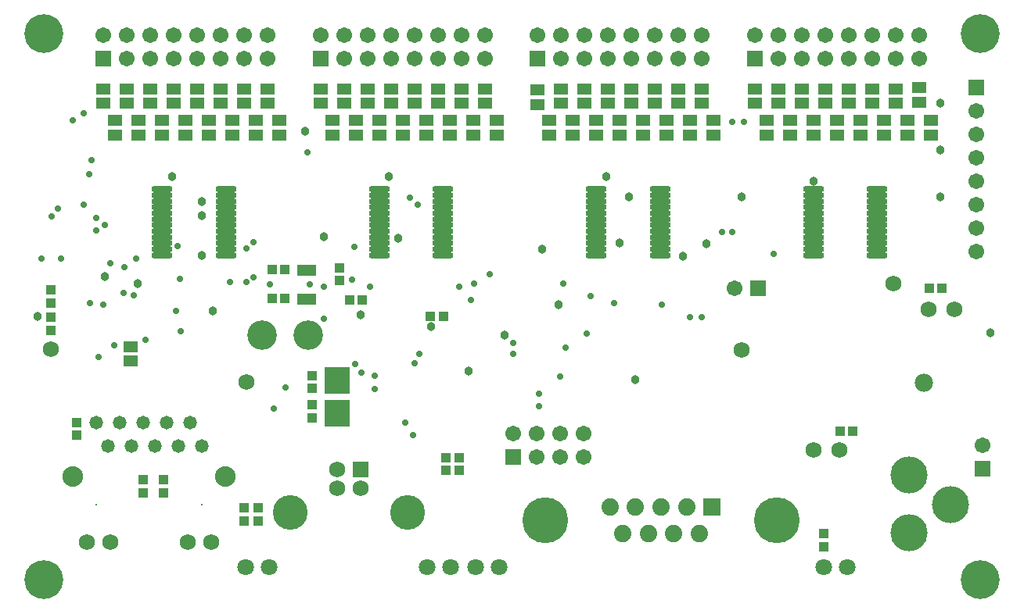
<source format=gbs>
%FSAX43Y43*%
%MOMM*%
G71*
G01*
G75*
G04 Layer_Color=16711935*
%ADD10R,1.200X1.400*%
%ADD11O,1.800X0.300*%
%ADD12O,0.300X1.800*%
%ADD13R,0.900X0.800*%
%ADD14R,0.508X1.300*%
%ADD15R,0.800X0.900*%
%ADD16R,0.635X2.032*%
%ADD17O,0.600X2.200*%
%ADD18R,2.200X2.200*%
%ADD19R,1.200X0.300*%
%ADD20R,0.300X1.200*%
%ADD21R,2.300X2.300*%
%ADD22R,2.540X1.016*%
%ADD23R,2.400X3.100*%
%ADD24R,2.200X0.450*%
%ADD25R,0.850X0.600*%
%ADD26R,3.683X3.048*%
%ADD27R,2.300X2.300*%
%ADD28C,0.254*%
%ADD29C,0.600*%
%ADD30C,0.381*%
%ADD31C,0.508*%
%ADD32C,0.889*%
%ADD33C,0.635*%
%ADD34C,0.762*%
%ADD35R,9.525X4.064*%
%ADD36R,1.905X3.302*%
%ADD37R,3.556X4.064*%
%ADD38R,11.049X1.016*%
%ADD39R,6.731X3.175*%
%ADD40R,8.509X2.159*%
%ADD41R,3.175X1.397*%
%ADD42C,0.508*%
%ADD43C,1.524*%
%ADD44C,0.762*%
%ADD45R,1.524X1.524*%
%ADD46C,3.556*%
%ADD47C,1.500*%
%ADD48R,1.500X1.500*%
%ADD49C,4.000*%
%ADD50C,3.810*%
%ADD51R,1.500X1.500*%
%ADD52C,1.600*%
%ADD53C,1.690*%
%ADD54R,1.690X1.690*%
%ADD55C,4.760*%
%ADD56C,2.032*%
%ADD57C,1.270*%
%ADD58C,3.000*%
%ADD59C,1.778*%
%ADD60R,1.300X1.000*%
%ADD61O,2.100X0.450*%
%ADD62R,2.540X2.794*%
%ADD63R,1.800X1.000*%
%ADD64R,2.286X2.286*%
%ADD65C,0.250*%
%ADD66C,0.100*%
%ADD67C,0.127*%
%ADD68C,0.200*%
%ADD69C,0.203*%
%ADD70R,1.403X1.603*%
%ADD71O,2.003X0.503*%
%ADD72O,0.503X2.003*%
%ADD73R,1.103X1.003*%
%ADD74R,0.711X1.503*%
%ADD75R,1.003X1.103*%
%ADD76R,0.838X2.235*%
%ADD77O,0.803X2.403*%
%ADD78R,1.403X0.503*%
%ADD79R,0.503X1.403*%
%ADD80R,2.503X2.503*%
%ADD81R,2.743X1.219*%
%ADD82R,2.603X3.303*%
%ADD83R,2.403X0.653*%
%ADD84R,1.053X0.803*%
%ADD85R,3.886X3.251*%
%ADD86R,2.503X2.503*%
%ADD87C,0.711*%
%ADD88C,1.727*%
%ADD89C,0.965*%
%ADD90R,1.727X1.727*%
%ADD91C,3.759*%
%ADD92C,1.703*%
%ADD93R,1.703X1.703*%
%ADD94C,4.203*%
%ADD95C,4.013*%
%ADD96R,1.703X1.703*%
%ADD97C,1.803*%
%ADD98C,1.893*%
%ADD99R,1.893X1.893*%
%ADD100C,4.963*%
%ADD101C,0.203*%
%ADD102C,2.235*%
%ADD103C,1.473*%
%ADD104C,3.203*%
%ADD105C,1.981*%
%ADD106R,1.503X1.203*%
%ADD107O,2.303X0.653*%
%ADD108R,2.743X2.997*%
%ADD109R,2.003X1.203*%
D73*
X0029337Y0060009D02*
D03*
Y0058609D02*
D03*
Y0055656D02*
D03*
Y0057056D02*
D03*
X0039370Y0038035D02*
D03*
Y0039435D02*
D03*
X0041529Y0038035D02*
D03*
Y0039435D02*
D03*
X0073533Y0040448D02*
D03*
Y0041848D02*
D03*
X0072136Y0040448D02*
D03*
Y0041848D02*
D03*
X0051816Y0036387D02*
D03*
Y0034987D02*
D03*
X0050292Y0036387D02*
D03*
Y0034987D02*
D03*
X0113030Y0032193D02*
D03*
Y0033593D02*
D03*
X0032131Y0045658D02*
D03*
Y0044258D02*
D03*
X0057658Y0047563D02*
D03*
Y0046163D02*
D03*
Y0049338D02*
D03*
Y0050738D02*
D03*
X0060579Y0062422D02*
D03*
Y0061022D02*
D03*
D75*
X0125795Y0060198D02*
D03*
X0124395D02*
D03*
X0116143Y0044704D02*
D03*
X0114743D02*
D03*
X0054675Y0059055D02*
D03*
X0053275D02*
D03*
X0054675Y0062230D02*
D03*
X0053275D02*
D03*
X0061657Y0058928D02*
D03*
X0063057D02*
D03*
X0071820Y0057150D02*
D03*
X0070420D02*
D03*
D87*
X0028321Y0063373D02*
D03*
X0030480D02*
D03*
X0031750Y0078359D02*
D03*
X0053467Y0047117D02*
D03*
X0054737Y0049403D02*
D03*
X0051308Y0061341D02*
D03*
X0050546Y0060833D02*
D03*
X0051308Y0065151D02*
D03*
X0050546Y0064516D02*
D03*
X0074803Y0058928D02*
D03*
X0073533Y0060325D02*
D03*
X0043307Y0061214D02*
D03*
X0048768Y0060833D02*
D03*
X0043053Y0064770D02*
D03*
X0032893Y0079121D02*
D03*
X0033782Y0074041D02*
D03*
X0032893Y0069215D02*
D03*
X0029464Y0067945D02*
D03*
X0030099Y0068834D02*
D03*
X0034290Y0066421D02*
D03*
X0035179Y0067056D02*
D03*
X0034290Y0067818D02*
D03*
X0099822Y0057023D02*
D03*
X0098552D02*
D03*
X0101981Y0066294D02*
D03*
X0103124D02*
D03*
Y0078232D02*
D03*
X0104394D02*
D03*
X0084455Y0050661D02*
D03*
X0079375Y0053086D02*
D03*
Y0054229D02*
D03*
X0053086Y0060579D02*
D03*
X0042876Y0057735D02*
D03*
X0038608Y0063373D02*
D03*
X0043434Y0055499D02*
D03*
X0039624Y0054610D02*
D03*
X0035052Y0058420D02*
D03*
X0082169Y0047371D02*
D03*
Y0048768D02*
D03*
X0075184Y0060706D02*
D03*
X0076835Y0061722D02*
D03*
X0068707Y0052070D02*
D03*
X0069215Y0053054D02*
D03*
X0084836Y0060706D02*
D03*
X0087757Y0059309D02*
D03*
X0068541Y0044284D02*
D03*
X0067691Y0045593D02*
D03*
X0035814Y0062865D02*
D03*
X0037211Y0059690D02*
D03*
X0038354Y0059456D02*
D03*
X0085090Y0053721D02*
D03*
X0095504Y0058420D02*
D03*
X0090297Y0058547D02*
D03*
X0087376Y0055245D02*
D03*
X0033557Y0058552D02*
D03*
X0034544Y0052705D02*
D03*
X0062285Y0052015D02*
D03*
X0062992Y0051054D02*
D03*
X0058928Y0056896D02*
D03*
Y0060325D02*
D03*
X0057321Y0060579D02*
D03*
X0061976Y0061087D02*
D03*
X0068199Y0069977D02*
D03*
X0063881Y0060325D02*
D03*
X0069088Y0069215D02*
D03*
X0062230Y0064643D02*
D03*
X0057150Y0074930D02*
D03*
X0064389Y0049276D02*
D03*
Y0050673D02*
D03*
X0033528Y0072557D02*
D03*
X0037338Y0062484D02*
D03*
X0036195Y0053975D02*
D03*
X0107569Y0063881D02*
D03*
D88*
X0104140Y0053467D02*
D03*
X0120523Y0060706D02*
D03*
X0062865Y0038544D02*
D03*
X0060325D02*
D03*
Y0040576D02*
D03*
X0033274Y0032639D02*
D03*
X0035814D02*
D03*
X0046736D02*
D03*
X0044196D02*
D03*
X0127127Y0057912D02*
D03*
X0124333D02*
D03*
X0111887Y0042672D02*
D03*
X0114681D02*
D03*
X0050546Y0050038D02*
D03*
X0029337Y0053594D02*
D03*
D89*
X0125603Y0080264D02*
D03*
Y0075184D02*
D03*
X0078486Y0055130D02*
D03*
X0125603Y0070104D02*
D03*
X0104140D02*
D03*
X0038735Y0060706D02*
D03*
X0027940Y0057150D02*
D03*
X0035191Y0061456D02*
D03*
X0084328Y0058420D02*
D03*
X0074549Y0051181D02*
D03*
X0082550Y0064389D02*
D03*
X0091948Y0070104D02*
D03*
X0045720Y0069596D02*
D03*
X0062865Y0057277D02*
D03*
X0042424Y0072300D02*
D03*
X0065919D02*
D03*
X0089414D02*
D03*
X0111887Y0071755D02*
D03*
X0131064Y0055372D02*
D03*
X0092583Y0050292D02*
D03*
X0045720Y0063754D02*
D03*
Y0068072D02*
D03*
X0046863Y0057720D02*
D03*
X0058928Y0065786D02*
D03*
X0056896Y0077216D02*
D03*
X0100330Y0065024D02*
D03*
X0097790Y0063627D02*
D03*
X0090932Y0065065D02*
D03*
X0066929Y0065646D02*
D03*
X0070477Y0056015D02*
D03*
D90*
X0062865Y0040576D02*
D03*
D91*
X0067945Y0035877D02*
D03*
X0055245D02*
D03*
D92*
X0086995Y0044450D02*
D03*
X0084455D02*
D03*
X0081915D02*
D03*
X0079375D02*
D03*
X0086995Y0041910D02*
D03*
X0084455D02*
D03*
X0081915D02*
D03*
X0130175Y0043180D02*
D03*
X0052832Y0087630D02*
D03*
Y0085090D02*
D03*
X0050292Y0087630D02*
D03*
Y0085090D02*
D03*
X0047752Y0087630D02*
D03*
Y0085090D02*
D03*
X0045212Y0087630D02*
D03*
Y0085090D02*
D03*
X0042672Y0087630D02*
D03*
Y0085090D02*
D03*
X0040132Y0087630D02*
D03*
Y0085090D02*
D03*
X0037592Y0087630D02*
D03*
Y0085090D02*
D03*
X0035052Y0087630D02*
D03*
X0076327D02*
D03*
Y0085090D02*
D03*
X0073787Y0087630D02*
D03*
Y0085090D02*
D03*
X0071247Y0087630D02*
D03*
Y0085090D02*
D03*
X0068707Y0087630D02*
D03*
Y0085090D02*
D03*
X0066167Y0087630D02*
D03*
Y0085090D02*
D03*
X0063627Y0087630D02*
D03*
Y0085090D02*
D03*
X0061087Y0087630D02*
D03*
Y0085090D02*
D03*
X0058547Y0087630D02*
D03*
X0099822D02*
D03*
Y0085090D02*
D03*
X0097282Y0087630D02*
D03*
Y0085090D02*
D03*
X0094742Y0087630D02*
D03*
Y0085090D02*
D03*
X0092202Y0087630D02*
D03*
Y0085090D02*
D03*
X0089662Y0087630D02*
D03*
Y0085090D02*
D03*
X0087122Y0087630D02*
D03*
Y0085090D02*
D03*
X0084582Y0087630D02*
D03*
Y0085090D02*
D03*
X0082042Y0087630D02*
D03*
X0123317D02*
D03*
Y0085090D02*
D03*
X0120777Y0087630D02*
D03*
Y0085090D02*
D03*
X0118237Y0087630D02*
D03*
Y0085090D02*
D03*
X0115697Y0087630D02*
D03*
Y0085090D02*
D03*
X0113157Y0087630D02*
D03*
Y0085090D02*
D03*
X0110617Y0087630D02*
D03*
Y0085090D02*
D03*
X0108077Y0087630D02*
D03*
Y0085090D02*
D03*
X0105537Y0087630D02*
D03*
X0129540Y0064135D02*
D03*
Y0066675D02*
D03*
Y0069215D02*
D03*
Y0071755D02*
D03*
Y0074295D02*
D03*
Y0076835D02*
D03*
Y0079375D02*
D03*
X0103378Y0060198D02*
D03*
D93*
X0079375Y0041910D02*
D03*
X0035052Y0085090D02*
D03*
X0058547D02*
D03*
X0082042D02*
D03*
X0105537D02*
D03*
X0105918Y0060198D02*
D03*
D94*
X0028575Y0028575D02*
D03*
Y0087757D02*
D03*
X0129921D02*
D03*
Y0028575D02*
D03*
D95*
X0122238Y0039942D02*
D03*
X0126683Y0036766D02*
D03*
X0122238Y0033718D02*
D03*
D96*
X0130175Y0040640D02*
D03*
X0129540Y0081915D02*
D03*
D97*
X0113030Y0029972D02*
D03*
X0115570D02*
D03*
X0075311D02*
D03*
X0077851D02*
D03*
X0070104D02*
D03*
X0072644D02*
D03*
X0050419D02*
D03*
X0052959D02*
D03*
D98*
X0089837Y0036447D02*
D03*
X0091222Y0033607D02*
D03*
X0092607Y0036447D02*
D03*
X0093992Y0033607D02*
D03*
X0095377Y0036447D02*
D03*
X0096762Y0033607D02*
D03*
X0098147Y0036447D02*
D03*
X0099532Y0033607D02*
D03*
D99*
X0100917Y0036447D02*
D03*
D100*
X0107872Y0035027D02*
D03*
X0082882D02*
D03*
D101*
X0034290Y0036703D02*
D03*
X0045720D02*
D03*
D102*
X0031750Y0039751D02*
D03*
X0048260D02*
D03*
D103*
X0045720Y0043053D02*
D03*
X0043180D02*
D03*
X0040640D02*
D03*
X0044450Y0045593D02*
D03*
X0041910D02*
D03*
X0039370D02*
D03*
X0038100Y0043053D02*
D03*
X0036830Y0045593D02*
D03*
X0035560Y0043053D02*
D03*
X0034290Y0045593D02*
D03*
D104*
X0057158Y0055085D02*
D03*
X0052158D02*
D03*
D105*
X0123825Y0049911D02*
D03*
D106*
X0035052Y0081826D02*
D03*
Y0080226D02*
D03*
X0036322Y0078397D02*
D03*
Y0076797D02*
D03*
X0037592Y0081826D02*
D03*
Y0080226D02*
D03*
X0038862Y0078397D02*
D03*
Y0076797D02*
D03*
X0040132Y0081826D02*
D03*
Y0080226D02*
D03*
X0041402Y0078397D02*
D03*
Y0076797D02*
D03*
X0047752Y0080226D02*
D03*
Y0081826D02*
D03*
X0049022Y0076797D02*
D03*
Y0078397D02*
D03*
X0051562Y0076797D02*
D03*
Y0078397D02*
D03*
X0050292Y0080226D02*
D03*
Y0081826D02*
D03*
X0052832Y0080226D02*
D03*
Y0081826D02*
D03*
X0054102Y0076797D02*
D03*
Y0078397D02*
D03*
X0042672Y0081826D02*
D03*
Y0080226D02*
D03*
X0046482Y0076797D02*
D03*
Y0078397D02*
D03*
X0043942D02*
D03*
Y0076797D02*
D03*
X0045212Y0080226D02*
D03*
Y0081826D02*
D03*
X0061087D02*
D03*
Y0080226D02*
D03*
X0076327D02*
D03*
Y0081826D02*
D03*
X0090932Y0078397D02*
D03*
Y0076797D02*
D03*
X0093472D02*
D03*
Y0078397D02*
D03*
X0059817D02*
D03*
Y0076797D02*
D03*
X0077597D02*
D03*
Y0078397D02*
D03*
X0089662Y0081826D02*
D03*
Y0080226D02*
D03*
X0094742D02*
D03*
Y0081826D02*
D03*
X0058547D02*
D03*
Y0080226D02*
D03*
X0088392Y0078397D02*
D03*
Y0076797D02*
D03*
X0114427Y0078397D02*
D03*
Y0076797D02*
D03*
X0085852Y0078397D02*
D03*
Y0076797D02*
D03*
X0115697Y0080226D02*
D03*
Y0081826D02*
D03*
X0116967Y0076797D02*
D03*
Y0078397D02*
D03*
X0097282Y0080226D02*
D03*
Y0081826D02*
D03*
X0098552Y0076797D02*
D03*
Y0078397D02*
D03*
X0062357D02*
D03*
Y0076797D02*
D03*
X0075057D02*
D03*
Y0078397D02*
D03*
X0073787Y0080226D02*
D03*
Y0081826D02*
D03*
X0072517Y0076797D02*
D03*
Y0078397D02*
D03*
X0071247Y0080226D02*
D03*
Y0081826D02*
D03*
X0064897Y0078397D02*
D03*
Y0076797D02*
D03*
X0063627Y0081826D02*
D03*
Y0080226D02*
D03*
X0066167Y0081826D02*
D03*
Y0080226D02*
D03*
X0069977Y0076797D02*
D03*
Y0078397D02*
D03*
X0068707Y0080226D02*
D03*
Y0081826D02*
D03*
X0067437Y0078397D02*
D03*
Y0076797D02*
D03*
X0092202Y0080226D02*
D03*
Y0081826D02*
D03*
X0096012Y0076797D02*
D03*
Y0078397D02*
D03*
X0087122Y0081826D02*
D03*
Y0080226D02*
D03*
X0084582Y0081826D02*
D03*
Y0080226D02*
D03*
X0099822D02*
D03*
Y0081826D02*
D03*
X0082042Y0081699D02*
D03*
Y0080099D02*
D03*
X0083312Y0078397D02*
D03*
Y0076797D02*
D03*
X0101092D02*
D03*
Y0078397D02*
D03*
X0113157Y0081826D02*
D03*
Y0080226D02*
D03*
X0108077Y0081826D02*
D03*
Y0080226D02*
D03*
X0109347Y0078397D02*
D03*
Y0076797D02*
D03*
X0120777Y0080226D02*
D03*
Y0081826D02*
D03*
X0118237Y0080226D02*
D03*
Y0081826D02*
D03*
X0110617D02*
D03*
Y0080226D02*
D03*
X0111887Y0078397D02*
D03*
Y0076797D02*
D03*
X0119507D02*
D03*
Y0078397D02*
D03*
X0105537Y0081826D02*
D03*
Y0080226D02*
D03*
X0124587Y0076797D02*
D03*
Y0078397D02*
D03*
X0106807D02*
D03*
Y0076797D02*
D03*
X0122047D02*
D03*
Y0078397D02*
D03*
X0123317Y0080353D02*
D03*
Y0081953D02*
D03*
X0037973Y0053886D02*
D03*
Y0052286D02*
D03*
D107*
X0048281Y0068960D02*
D03*
Y0069610D02*
D03*
Y0070260D02*
D03*
Y0070910D02*
D03*
X0041381D02*
D03*
Y0070260D02*
D03*
Y0069610D02*
D03*
Y0068960D02*
D03*
Y0063765D02*
D03*
Y0064415D02*
D03*
Y0065065D02*
D03*
Y0065715D02*
D03*
Y0066365D02*
D03*
Y0067015D02*
D03*
Y0067665D02*
D03*
Y0068315D02*
D03*
X0048281Y0063765D02*
D03*
Y0064415D02*
D03*
Y0065065D02*
D03*
Y0065715D02*
D03*
Y0066365D02*
D03*
Y0067015D02*
D03*
Y0067665D02*
D03*
Y0068315D02*
D03*
X0071776Y0068960D02*
D03*
Y0069610D02*
D03*
Y0070260D02*
D03*
Y0070910D02*
D03*
X0064876D02*
D03*
Y0070260D02*
D03*
Y0069610D02*
D03*
Y0068960D02*
D03*
Y0063765D02*
D03*
Y0064415D02*
D03*
Y0065065D02*
D03*
Y0065715D02*
D03*
Y0066365D02*
D03*
Y0067015D02*
D03*
Y0067665D02*
D03*
Y0068315D02*
D03*
X0071776Y0063765D02*
D03*
Y0064415D02*
D03*
Y0065065D02*
D03*
Y0065715D02*
D03*
Y0066365D02*
D03*
Y0067015D02*
D03*
Y0067665D02*
D03*
Y0068315D02*
D03*
X0095271Y0068960D02*
D03*
Y0069610D02*
D03*
Y0070260D02*
D03*
Y0070910D02*
D03*
X0088371D02*
D03*
Y0070260D02*
D03*
Y0069610D02*
D03*
Y0068960D02*
D03*
Y0063765D02*
D03*
Y0064415D02*
D03*
Y0065065D02*
D03*
Y0065715D02*
D03*
Y0066365D02*
D03*
Y0067015D02*
D03*
Y0067665D02*
D03*
Y0068315D02*
D03*
X0095271Y0063765D02*
D03*
Y0064415D02*
D03*
Y0065065D02*
D03*
Y0065715D02*
D03*
Y0066365D02*
D03*
Y0067015D02*
D03*
Y0067665D02*
D03*
Y0068315D02*
D03*
X0118766Y0068960D02*
D03*
Y0069610D02*
D03*
Y0070260D02*
D03*
Y0070910D02*
D03*
X0111866D02*
D03*
Y0070260D02*
D03*
Y0069610D02*
D03*
Y0068960D02*
D03*
Y0063765D02*
D03*
Y0064415D02*
D03*
Y0065065D02*
D03*
Y0065715D02*
D03*
Y0066365D02*
D03*
Y0067015D02*
D03*
Y0067665D02*
D03*
Y0068315D02*
D03*
X0118766Y0063765D02*
D03*
Y0064415D02*
D03*
Y0065065D02*
D03*
Y0065715D02*
D03*
Y0066365D02*
D03*
Y0067015D02*
D03*
Y0067665D02*
D03*
Y0068315D02*
D03*
D108*
X0060325Y0050165D02*
D03*
Y0046609D02*
D03*
D109*
X0057043Y0062179D02*
D03*
Y0058979D02*
D03*
M02*

</source>
